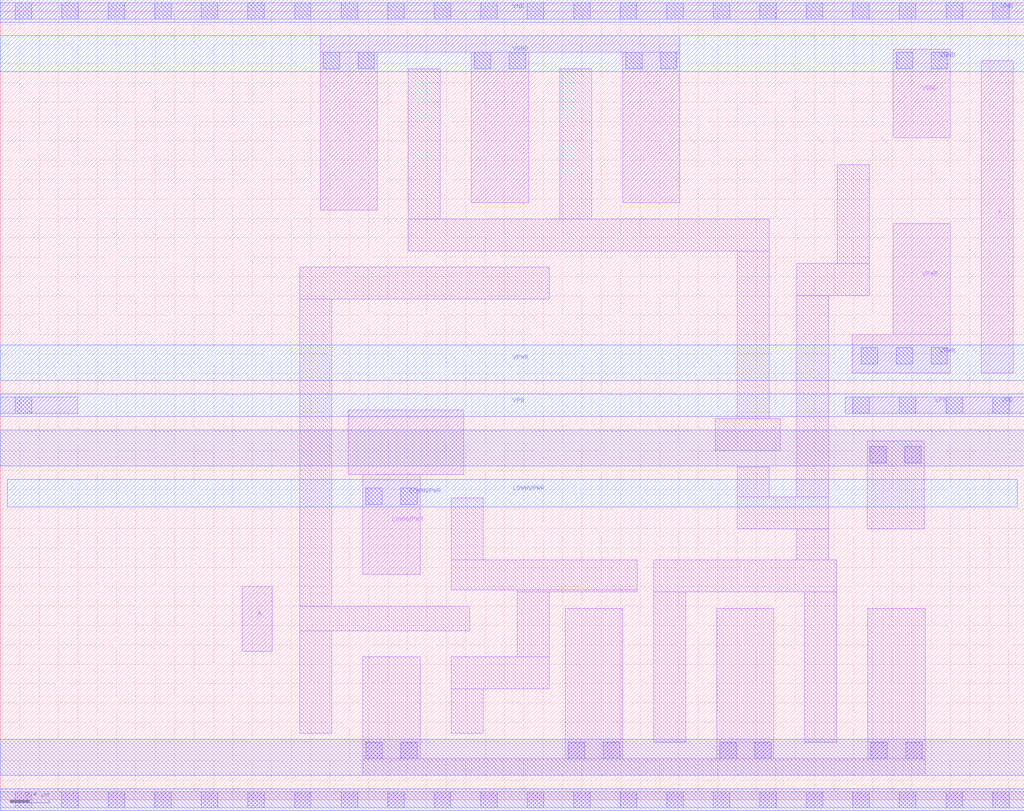
<source format=lef>
# Copyright 2020 The SkyWater PDK Authors
#
# Licensed under the Apache License, Version 2.0 (the "License");
# you may not use this file except in compliance with the License.
# You may obtain a copy of the License at
#
#     https://www.apache.org/licenses/LICENSE-2.0
#
# Unless required by applicable law or agreed to in writing, software
# distributed under the License is distributed on an "AS IS" BASIS,
# WITHOUT WARRANTIES OR CONDITIONS OF ANY KIND, either express or implied.
# See the License for the specific language governing permissions and
# limitations under the License.
#
# SPDX-License-Identifier: Apache-2.0

VERSION 5.7 ;
  NAMESCASESENSITIVE ON ;
  NOWIREEXTENSIONATPIN ON ;
  DIVIDERCHAR "/" ;
  BUSBITCHARS "[]" ;
UNITS
  DATABASE MICRONS 200 ;
END UNITS
MACRO sky130_fd_sc_hvl__lsbufhv2hv_lh_1
  CLASS CORE ;
  SOURCE USER ;
  FOREIGN sky130_fd_sc_hvl__lsbufhv2hv_lh_1 ;
  ORIGIN  0.000000  0.000000 ;
  SIZE  10.56000 BY  8.140000 ;
  SYMMETRY X Y R90 ;
  SITE unithv ;
  PIN A
    ANTENNAGATEAREA  0.750000 ;
    DIRECTION INPUT ;
    USE SIGNAL ;
    PORT
      LAYER li1 ;
        RECT 2.495000 1.530000 2.805000 2.200000 ;
    END
  END A
  PIN X
    ANTENNADIFFAREA  0.596250 ;
    DIRECTION OUTPUT ;
    USE SIGNAL ;
    PORT
      LAYER li1 ;
        RECT 10.120000 4.405000 10.450000 7.625000 ;
    END
  END X
  PIN LOWHVPWR
    DIRECTION INOUT ;
    USE POWER ;
    PORT
      LAYER li1 ;
        RECT 3.590000 3.355000 4.780000 4.025000 ;
        RECT 3.740000 2.325000 4.330000 3.355000 ;
      LAYER mcon ;
        RECT 3.770000 3.050000 3.940000 3.220000 ;
        RECT 4.130000 3.050000 4.300000 3.220000 ;
      LAYER met1 ;
        RECT 0.070000 3.020000 10.490000 3.305000 ;
    END
  END LOWHVPWR
  PIN VGND
    DIRECTION INOUT ;
    USE GROUND ;
    PORT
      LAYER li1 ;
        RECT 3.300000 6.085000 3.890000 7.715000 ;
        RECT 3.300000 7.715000 7.010000 7.885000 ;
        RECT 4.860000 6.165000 5.450000 7.715000 ;
        RECT 6.420000 6.165000 7.010000 7.715000 ;
        RECT 9.210000 6.835000 9.800000 7.745000 ;
      LAYER mcon ;
        RECT 3.330000 7.545000 3.500000 7.715000 ;
        RECT 3.690000 7.545000 3.860000 7.715000 ;
        RECT 4.890000 7.545000 5.060000 7.715000 ;
        RECT 5.250000 7.545000 5.420000 7.715000 ;
        RECT 6.450000 7.545000 6.620000 7.715000 ;
        RECT 6.810000 7.545000 6.980000 7.715000 ;
        RECT 9.240000 7.545000 9.410000 7.715000 ;
        RECT 9.600000 7.545000 9.770000 7.715000 ;
      LAYER met1 ;
        RECT 0.000000 7.515000 10.560000 7.885000 ;
    END
  END VGND
  PIN VNB
    DIRECTION INOUT ;
    USE GROUND ;
    PORT
      LAYER li1 ;
        RECT 0.000000 8.055000 10.560000 8.225000 ;
      LAYER mcon ;
        RECT  0.155000 8.055000  0.325000 8.225000 ;
        RECT  0.635000 8.055000  0.805000 8.225000 ;
        RECT  1.115000 8.055000  1.285000 8.225000 ;
        RECT  1.595000 8.055000  1.765000 8.225000 ;
        RECT  2.075000 8.055000  2.245000 8.225000 ;
        RECT  2.555000 8.055000  2.725000 8.225000 ;
        RECT  3.035000 8.055000  3.205000 8.225000 ;
        RECT  3.515000 8.055000  3.685000 8.225000 ;
        RECT  3.995000 8.055000  4.165000 8.225000 ;
        RECT  4.475000 8.055000  4.645000 8.225000 ;
        RECT  4.955000 8.055000  5.125000 8.225000 ;
        RECT  5.435000 8.055000  5.605000 8.225000 ;
        RECT  5.915000 8.055000  6.085000 8.225000 ;
        RECT  6.395000 8.055000  6.565000 8.225000 ;
        RECT  6.875000 8.055000  7.045000 8.225000 ;
        RECT  7.355000 8.055000  7.525000 8.225000 ;
        RECT  7.835000 8.055000  8.005000 8.225000 ;
        RECT  8.315000 8.055000  8.485000 8.225000 ;
        RECT  8.795000 8.055000  8.965000 8.225000 ;
        RECT  9.275000 8.055000  9.445000 8.225000 ;
        RECT  9.755000 8.055000  9.925000 8.225000 ;
        RECT 10.235000 8.055000 10.405000 8.225000 ;
      LAYER met1 ;
        RECT 0.000000 8.025000 10.560000 8.255000 ;
    END
  END VNB
  PIN VPB
    DIRECTION INOUT ;
    USE POWER ;
    PORT
      LAYER li1 ;
        RECT 0.000000 3.985000  0.800000 4.155000 ;
        RECT 8.715000 3.985000 10.560000 4.155000 ;
      LAYER mcon ;
        RECT  0.155000 3.985000  0.325000 4.155000 ;
        RECT  8.795000 3.985000  8.965000 4.155000 ;
        RECT  9.275000 3.985000  9.445000 4.155000 ;
        RECT  9.755000 3.985000  9.925000 4.155000 ;
        RECT 10.235000 3.985000 10.405000 4.155000 ;
      LAYER met1 ;
        RECT 0.000000 3.955000 10.560000 4.185000 ;
    END
  END VPB
  PIN VPWR
    DIRECTION INOUT ;
    USE POWER ;
    PORT
      LAYER li1 ;
        RECT 8.790000 4.405000 9.800000 4.800000 ;
        RECT 9.210000 4.800000 9.800000 5.945000 ;
      LAYER mcon ;
        RECT 8.880000 4.495000 9.050000 4.665000 ;
        RECT 9.240000 4.495000 9.410000 4.665000 ;
        RECT 9.600000 4.495000 9.770000 4.665000 ;
      LAYER met1 ;
        RECT 0.000000 4.325000 10.560000 4.695000 ;
    END
  END VPWR
  OBS
    LAYER li1 ;
      RECT 0.000000 -0.085000 10.560000 0.085000 ;
      RECT 3.090000  0.685000  3.420000 1.745000 ;
      RECT 3.090000  1.745000  4.845000 1.995000 ;
      RECT 3.090000  1.995000  3.420000 5.165000 ;
      RECT 3.090000  5.165000  5.660000 5.495000 ;
      RECT 3.740000  0.255000  9.540000 0.425000 ;
      RECT 3.740000  0.425000  4.330000 1.475000 ;
      RECT 4.210000  5.665000  7.930000 5.995000 ;
      RECT 4.210000  5.995000  4.540000 7.545000 ;
      RECT 4.650000  0.685000  4.980000 1.145000 ;
      RECT 4.650000  1.145000  5.660000 1.475000 ;
      RECT 4.650000  2.165000  6.570000 2.475000 ;
      RECT 4.650000  2.475000  4.980000 3.115000 ;
      RECT 5.330000  1.475000  5.660000 2.145000 ;
      RECT 5.330000  2.145000  6.570000 2.165000 ;
      RECT 5.770000  5.995000  6.100000 7.545000 ;
      RECT 5.830000  0.425000  6.420000 1.975000 ;
      RECT 6.740000  0.595000  7.070000 2.145000 ;
      RECT 6.740000  2.145000  8.630000 2.475000 ;
      RECT 7.375000  3.605000  8.045000 3.935000 ;
      RECT 7.390000  0.425000  7.980000 1.975000 ;
      RECT 7.600000  2.795000  8.545000 3.125000 ;
      RECT 7.600000  3.125000  7.930000 3.435000 ;
      RECT 7.600000  3.935000  7.930000 5.665000 ;
      RECT 8.215000  2.475000  8.545000 2.795000 ;
      RECT 8.215000  3.125000  8.545000 5.205000 ;
      RECT 8.215000  5.205000  8.965000 5.535000 ;
      RECT 8.300000  0.595000  8.630000 2.145000 ;
      RECT 8.635000  5.535000  8.965000 6.555000 ;
      RECT 8.940000  2.795000  9.530000 3.705000 ;
      RECT 8.950000  0.425000  9.540000 1.975000 ;
    LAYER mcon ;
      RECT  0.155000 -0.085000  0.325000 0.085000 ;
      RECT  0.635000 -0.085000  0.805000 0.085000 ;
      RECT  1.115000 -0.085000  1.285000 0.085000 ;
      RECT  1.595000 -0.085000  1.765000 0.085000 ;
      RECT  2.075000 -0.085000  2.245000 0.085000 ;
      RECT  2.555000 -0.085000  2.725000 0.085000 ;
      RECT  3.035000 -0.085000  3.205000 0.085000 ;
      RECT  3.515000 -0.085000  3.685000 0.085000 ;
      RECT  3.770000  0.425000  3.940000 0.595000 ;
      RECT  3.995000 -0.085000  4.165000 0.085000 ;
      RECT  4.130000  0.425000  4.300000 0.595000 ;
      RECT  4.475000 -0.085000  4.645000 0.085000 ;
      RECT  4.955000 -0.085000  5.125000 0.085000 ;
      RECT  5.435000 -0.085000  5.605000 0.085000 ;
      RECT  5.860000  0.425000  6.030000 0.595000 ;
      RECT  5.915000 -0.085000  6.085000 0.085000 ;
      RECT  6.220000  0.425000  6.390000 0.595000 ;
      RECT  6.395000 -0.085000  6.565000 0.085000 ;
      RECT  6.875000 -0.085000  7.045000 0.085000 ;
      RECT  7.355000 -0.085000  7.525000 0.085000 ;
      RECT  7.420000  0.425000  7.590000 0.595000 ;
      RECT  7.780000  0.425000  7.950000 0.595000 ;
      RECT  7.835000 -0.085000  8.005000 0.085000 ;
      RECT  8.315000 -0.085000  8.485000 0.085000 ;
      RECT  8.795000 -0.085000  8.965000 0.085000 ;
      RECT  8.970000  3.475000  9.140000 3.645000 ;
      RECT  8.980000  0.425000  9.150000 0.595000 ;
      RECT  9.275000 -0.085000  9.445000 0.085000 ;
      RECT  9.330000  3.475000  9.500000 3.645000 ;
      RECT  9.340000  0.425000  9.510000 0.595000 ;
      RECT  9.755000 -0.085000  9.925000 0.085000 ;
      RECT 10.235000 -0.085000 10.405000 0.085000 ;
    LAYER met1 ;
      RECT 0.000000 -0.115000 10.560000 0.115000 ;
      RECT 0.000000  0.255000 10.560000 0.625000 ;
      RECT 0.000000  3.445000 10.560000 3.815000 ;
  END
END sky130_fd_sc_hvl__lsbufhv2hv_lh_1

</source>
